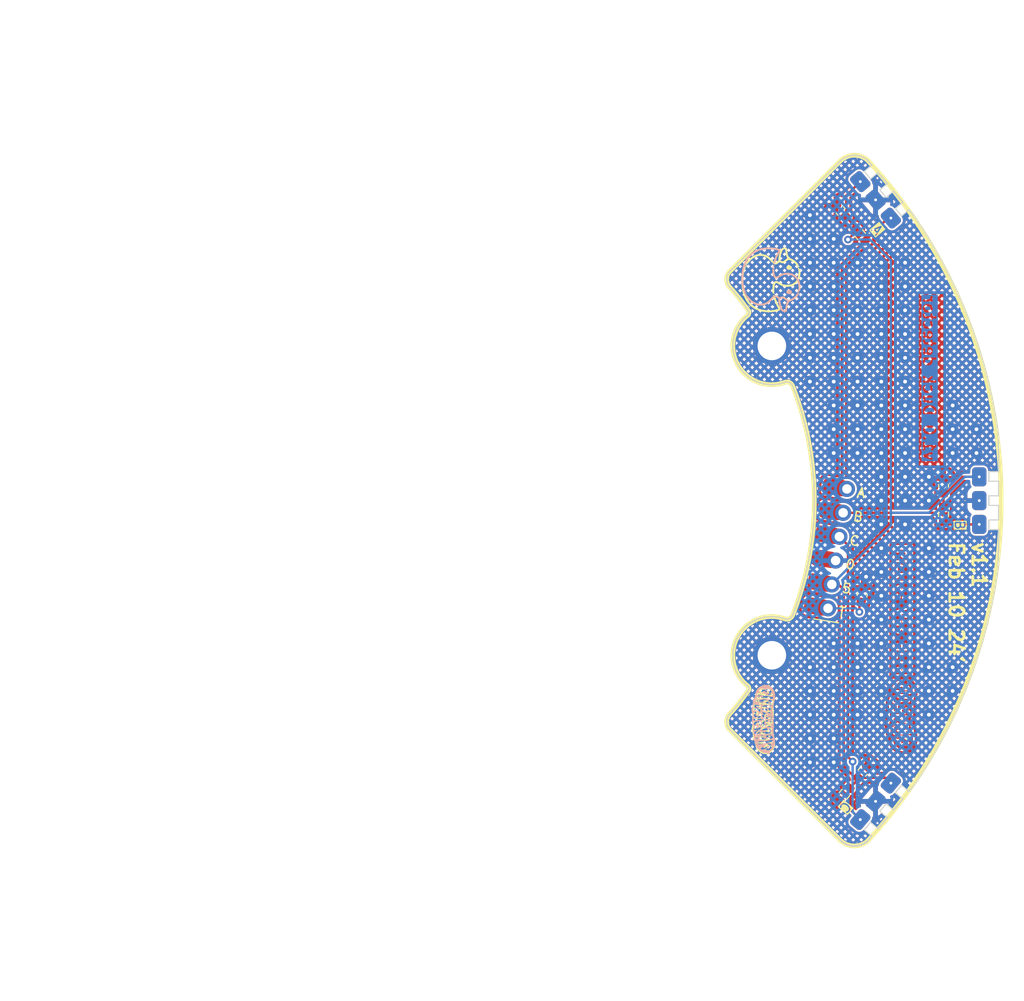
<source format=kicad_pcb>
(kicad_pcb (version 20221018) (generator pcbnew)
  (layers (0 "F.Cu" signal) (31 "B.Cu" signal) (34 "B.Paste" user) (35 "F.Paste" user) (36 "B.SilkS" user "B.Silkscreen") (37 "F.SilkS" user "F.Silkscreen") (38 "B.Mask" user) (39 "F.Mask" user) (44 "Edge.Cuts" user))
  (net 0 "")
  (net 1 "+5V")
  (net 2 "GND")
  (net 3 "A")
  (net 4 "B")
  (net 5 "C")
  (net 6 "T")
  (footprint "Capacitor_SMD:C_0603_1608Metric" (layer "F.Cu") (at 138.0397 128.531987 50)
    (fp_text reference "C3" hide)
    (fp_text value "C_Small" hide)
  )
  (footprint "Capacitor_SMD:C_0603_1608Metric" (layer "F.Cu") (at 146.54 98.445 90)
    (fp_text reference "C2" hide)
    (fp_text value "C_Small" hide)
  )
  (footprint "Resistor_SMD:R_0603_1608Metric" (layer "F.Cu") (at 137.78 72.06 -50)
    (fp_text reference "R1" hide)
    (fp_text value "3k3" hide)
  )
  (footprint "Ethan_parts:TLE4945LHALA1" (layer "F.Cu") (at 150.292 100 90)
    (fp_text reference "U2" hide)
    (fp_text value "TLE4945LHALA1")
    (fp_line (start -3.81 2.032) (end -3.048 2.032) (stroke (width 0.12)) (layer "Edge.Cuts"))
    (fp_line (start -3.048 1.016) (end -2.032 1.016) (stroke (width 0.12)) (layer "Edge.Cuts"))
    (fp_line (start -3.048 2.032) (end -3.048 1.016) (stroke (width 0.12)) (layer "Edge.Cuts"))
    (fp_line (start -2.032 1.016) (end -2.032 2.032) (stroke (width 0.12)) (layer "Edge.Cuts"))
    (fp_line (start -2.032 2.032) (end -0.508 2.032) (stroke (width 0.12)) (layer "Edge.Cuts"))
    (fp_line (start -0.508 1.016) (end 0.508 1.016) (stroke (width 0.12)) (layer "Edge.Cuts"))
    (fp_line (start -0.508 2.032) (end -0.508 1.016) (stroke (width 0.12)) (layer "Edge.Cuts"))
    (fp_line (start 0.508 1.016) (end 0.508 2.032) (stroke (width 0.12)) (layer "Edge.Cuts"))
    (fp_line (start 0.508 2.032) (end 2.032 2.032) (stroke (width 0.12)) (layer "Edge.Cuts"))
    (fp_line (start 2.032 1.016) (end 3.048 1.016) (stroke (width 0.12)) (layer "Edge.Cuts"))
    (fp_line (start 2.032 2.032) (end 2.032 1.016) (stroke (width 0.12)) (layer "Edge.Cuts"))
    (fp_line (start 3.048 1.016) (end 3.048 2.032) (stroke (width 0.12)) (layer "Edge.Cuts"))
    (fp_line (start 3.048 2.032) (end 3.81 2.032) (stroke (width 0.12)) (layer "Edge.Cuts"))
  )
  (footprint "Ethan_parts:TLE4945LHALA1" (layer "F.Cu") (at 139.4 131.6 50)
    (fp_text reference "U3" hide)
    (fp_text value "TLE4945LHALA1")
    (fp_line (start -3.81 2.032) (end -3.048 2.032) (stroke (width 0.12)) (layer "Edge.Cuts"))
    (fp_line (start -3.048 1.016) (end -2.032 1.016) (stroke (width 0.12)) (layer "Edge.Cuts"))
    (fp_line (start -3.048 2.032) (end -3.048 1.016) (stroke (width 0.12)) (layer "Edge.Cuts"))
    (fp_line (start -2.032 1.016) (end -2.032 2.032) (stroke (width 0.12)) (layer "Edge.Cuts"))
    (fp_line (start -2.032 2.032) (end -0.508 2.032) (stroke (width 0.12)) (layer "Edge.Cuts"))
    (fp_line (start -0.508 1.016) (end 0.508 1.016) (stroke (width 0.12)) (layer "Edge.Cuts"))
    (fp_line (start -0.508 2.032) (end -0.508 1.016) (stroke (width 0.12)) (layer "Edge.Cuts"))
    (fp_line (start 0.508 1.016) (end 0.508 2.032) (stroke (width 0.12)) (layer "Edge.Cuts"))
    (fp_line (start 0.508 2.032) (end 2.032 2.032) (stroke (width 0.12)) (layer "Edge.Cuts"))
    (fp_line (start 2.032 1.016) (end 3.048 1.016) (stroke (width 0.12)) (layer "Edge.Cuts"))
    (fp_line (start 2.032 2.032) (end 2.032 1.016) (stroke (width 0.12)) (layer "Edge.Cuts"))
    (fp_line (start 3.048 1.016) (end 3.048 2.032) (stroke (width 0.12)) (layer "Edge.Cuts"))
    (fp_line (start 3.048 2.032) (end 3.81 2.032) (stroke (width 0.12)) (layer "Edge.Cuts"))
  )
  (footprint "Resistor_SMD:R_0603_1608Metric" (layer "F.Cu") (at 146.54 101.445 -90)
    (fp_text reference "R2" hide)
    (fp_text value "3k3" hide)
  )
  (footprint "Ethan_parts:TLE4945LHALA1" (layer "F.Cu") (at 139.4 68.4 130)
    (fp_text reference "U1" hide)
    (fp_text value "TLE4945LHALA1")
    (fp_line (start -3.81 2.032) (end -3.048 2.032) (stroke (width 0.12)) (layer "Edge.Cuts"))
    (fp_line (start -3.048 1.016) (end -2.032 1.016) (stroke (width 0.12)) (layer "Edge.Cuts"))
    (fp_line (start -3.048 2.032) (end -3.048 1.016) (stroke (width 0.12)) (layer "Edge.Cuts"))
    (fp_line (start -2.032 1.016) (end -2.032 2.032) (stroke (width 0.12)) (layer "Edge.Cuts"))
    (fp_line (start -2.032 2.032) (end -0.508 2.032) (stroke (width 0.12)) (layer "Edge.Cuts"))
    (fp_line (start -0.508 1.016) (end 0.508 1.016) (stroke (width 0.12)) (layer "Edge.Cuts"))
    (fp_line (start -0.508 2.032) (end -0.508 1.016) (stroke (width 0.12)) (layer "Edge.Cuts"))
    (fp_line (start 0.508 1.016) (end 0.508 2.032) (stroke (width 0.12)) (layer "Edge.Cuts"))
    (fp_line (start 0.508 2.032) (end 2.032 2.032) (stroke (width 0.12)) (layer "Edge.Cuts"))
    (fp_line (start 2.032 1.016) (end 3.048 1.016) (stroke (width 0.12)) (layer "Edge.Cuts"))
    (fp_line (start 2.032 2.032) (end 2.032 1.016) (stroke (width 0.12)) (layer "Edge.Cuts"))
    (fp_line (start 3.048 1.016) (end 3.048 2.032) (stroke (width 0.12)) (layer "Edge.Cuts"))
    (fp_line (start 3.048 2.032) (end 3.81 2.032) (stroke (width 0.12)) (layer "Edge.Cuts"))
  )
  (footprint "Capacitor_SMD:C_0603_1608Metric" (layer "F.Cu") (at 135.74 69.57 130)
    (fp_text reference "C1" hide)
    (fp_text value "C_Small" hide)
  )
  (footprint "Capacitor_SMD:C_0603_1608Metric" (layer "F.Cu") (at 138 109.9 81)
    (fp_text reference "TH1" hide)
    (fp_text value "Thermistor_NTC")
  )
  (footprint "Ethan_parts:hall_connector" (layer "F.Cu") (at 136.392031 98.773815 -9)
    (fp_text reference "J1" hide)
    (fp_text value "Conn_01x06")
  )
  (footprint "Projects:duck" (layer "F.Cu") (at 128.4 76.8 -90)
    (fp_text reference "G***" hide)
    (fp_text value "LOGO" hide)
  )
  (footprint "clipboard:af4c8d2e-6e3c-4016-b70e-df9501a44249" (layer "F.Cu") (at 143.220721 124.243458 -90)
    (fp_text reference "")
    (fp_text value "")
  )
  (footprint "LOGO" (layer "F.Cu") (at 127.6 123 -90)
    (fp_text reference "G***" hide)
    (fp_text value "LOGO" hide)
  )
  (footprint "Resistor_SMD:R_0603_1608Metric" (layer "F.Cu") (at 136.1397 130.831987 -130)
    (fp_text reference "R3" hide)
    (fp_text value "3k3" hide)
  )
  (footprint "Projects:duck" (layer "B.Cu") (at 128.4 76.8 90)
    (fp_text reference "G***" hide)
    (fp_text value "LOGO" hide)
  )
  (footprint "LOGO" (layer "B.Cu") (at 127.6 123 90)
    (fp_text reference "G***" hide)
    (fp_text value "LOGO" hide)
  )
  (gr_arc (start 124 77.5) (mid 125.043936 78.714851) (end 126 80) (stroke (width 0.5)) (layer "F.SilkS"))
  (gr_arc (start 126 119.5) (mid 124.885721 114.336725) (end 129.8 112.4) (stroke (width 0.5)) (layer "F.SilkS"))
  (gr_arc (start 138.507581 64.175227) (mid 152.595134 100) (end 138.507581 135.824773) (stroke (width 0.5)) (layer "F.SilkS"))
  (gr_arc (start 135.75 64.25) (mid 137.115183 63.710775) (end 138.507582 64.175226) (stroke (width 0.5)) (layer "F.SilkS"))
  (gr_arc (start 126 80) (mid 126.090993 80.25) (end 126 80.5) (stroke (width 0.5)) (layer "F.SilkS"))
  (gr_arc (start 130.7 112) (mid 130.339814 112.40208) (end 129.8 112.4) (stroke (width 0.5)) (layer "F.SilkS"))
  (gr_arc (start 138.507582 135.824774) (mid 137.115183 136.289226) (end 135.75 135.75) (stroke (width 0.5)) (layer "F.SilkS"))
  (gr_arc (start 129.8 87.6) (mid 124.885729 85.663273) (end 126 80.5) (stroke (width 0.5)) (layer "F.SilkS"))
  (gr_arc (start 124 124) (mid 123.75 123.25) (end 124 122.5) (stroke (width 0.5)) (layer "F.SilkS"))
  (gr_arc (start 126 120) (mid 125.040554 121.282443) (end 124 122.5) (stroke (width 0.5)) (layer "F.SilkS"))
  (gr_arc (start 124 77.5) (mid 123.75 76.75) (end 124 76) (stroke (width 0.5)) (layer "F.SilkS"))
  (gr_line (start 124 124) (end 135.75 135.75) (stroke (width 0.5)) (layer "F.SilkS"))
  (gr_arc (start 129.8 87.6) (mid 130.341144 87.594924) (end 130.7 88) (stroke (width 0.5)) (layer "F.SilkS"))
  (gr_arc (start 130.7 88) (mid 132.962241 100) (end 130.7 112) (stroke (width 0.5)) (layer "F.SilkS"))
  (gr_arc (start 126 119.5) (mid 126.090993 119.75) (end 126 120) (stroke (width 0.5)) (layer "F.SilkS"))
  (gr_line (start 124 76) (end 135.75 64.25) (stroke (width 0.5)) (layer "F.SilkS"))
  (gr_line (start 124 124) (end 135.75 135.75) (stroke (width 0.1)) (layer "Edge.Cuts"))
  (gr_line (start 152.285369 107.038415) (end 152.324 103.81) (stroke (width 0.1)) (layer "Edge.Cuts"))
  (gr_arc (start 130.7 88) (mid 132.962241 100) (end 130.7 112) (stroke (width 0.1)) (layer "Edge.Cuts"))
  (gr_arc (start 135.75 64.25) (mid 137.115183 63.710775) (end 138.507582 64.175226) (stroke (width 0.1)) (layer "Edge.Cuts"))
  (gr_arc (start 126 119.5) (mid 126.090993 119.75) (end 126 120) (stroke (width 0.1)) (layer "Edge.Cuts"))
  (gr_arc (start 124 77.5) (mid 125.043936 78.714851) (end 126 80) (stroke (width 0.1)) (layer "Edge.Cuts"))
  (gr_arc (start 129.8 87.6) (mid 124.885729 85.663271) (end 126 80.5) (stroke (width 0.1)) (layer "Edge.Cuts"))
  (gr_arc (start 126 120) (mid 125.040554 121.282443) (end 124 122.5) (stroke (width 0.1)) (layer "Edge.Cuts"))
  (gr_arc (start 126 80) (mid 126.090993 80.25) (end 126 80.5) (stroke (width 0.1)) (layer "Edge.Cuts"))
  (gr_arc (start 129.8 87.6) (mid 130.341145 87.594924) (end 130.7 88) (stroke (width 0.1)) (layer "Edge.Cuts"))
  (gr_arc (start 130.7 112) (mid 130.339813 112.40208) (end 129.8 112.4) (stroke (width 0.1)) (layer "Edge.Cuts"))
  (gr_arc (start 124 77.5) (mid 123.75 76.75) (end 124 76) (stroke (width 0.1)) (layer "Edge.Cuts"))
  (gr_arc (start 126 119.5) (mid 124.885721 114.336724) (end 129.8 112.4) (stroke (width 0.1)) (layer "Edge.Cuts"))
  (gr_arc (start 138.507582 135.824774) (mid 137.115183 136.289226) (end 135.75 135.75) (stroke (width 0.15)) (layer "Edge.Cuts"))
  (gr_arc (start 124 124) (mid 123.75 123.25) (end 124 122.5) (stroke (width 0.1)) (layer "Edge.Cuts"))
  (gr_arc (start 152.285369 107.038415) (mid 149.202203 119.037919) (end 143.405623 129.987515) (stroke (width 0.1)) (layer "Edge.Cuts"))
  (gr_line (start 152.324 96.19) (end 152.285369 92.961585) (stroke (width 0.1)) (layer "Edge.Cuts"))
  (gr_line (start 124 76) (end 135.75 64.25) (stroke (width 0.1)) (layer "Edge.Cuts"))
  (gr_arc (start 143.405623 70.012485) (mid 149.202203 80.962081) (end 152.285369 92.961585) (stroke (width 0.1)) (layer "Edge.Cuts"))
  (gr_text "Pickles Was Here" (at 141.5 105 270) (layer "F.Cu" knockout) (effects (font (size 1 1) (thickness 0.2) bold) (justify left bottom)))
  (gr_text "v1.0 Duck detector" (at 144.32 95.93 270) (layer "B.Cu" knockout) (effects (font (size 1.2 1.2) (thickness 0.25) bold) (justify left bottom mirror)))
  (gr_text "A" (at 139.55 71.56 -50) (layer "F.SilkS" knockout) (effects (font (size 1 1))))
  (gr_text "B" (at 148.24 102.56 -90) (layer "F.SilkS" knockout) (effects (font (size 1 1))))
  (gr_text "C" (at 136.21 132.21 230) (layer "F.SilkS" knockout) (effects (font (size 1 1))))
  (gr_text "v1.1\nFeb 10 24'" (at 147 104.2 270) (layer "F.SilkS") (effects (font (size 1.5 1.5) (thickness 0.3) bold) (justify left bottom)))
  (segment (start 137.263385 129.125671) (end 137.54154 129.125671) (width 0.25) (layer "F.Cu") (net 1))
  (segment (start 146.54 99.22) (end 146.82 99.22) (width 0.25) (layer "F.Cu") (net 1))
  (segment (start 134.802657 108.808729) (end 135.508729 108.808729) (width 0.25) (layer "F.Cu") (net 1))
  (segment (start 146.54 100.62) (end 146.54 99.22) (width 0.25) (layer "F.Cu") (net 1))
  (segment (start 137.54154 129.125671) (end 140.447751 129.125671) (width 0.25) (layer "F.Cu") (net 1))
  (segment (start 136.23816 70.163684) (end 137.2497 71.175224) (width 0.25) (layer "F.Cu") (net 1))
  (segment (start 136.23816 70.163684) (end 136.32 70.081844) (width 0.25) (layer "F.Cu") (net 1))
  (segment (start 150.042 97.75) (end 150.292 97.5) (width 0.25) (layer "F.Cu") (net 1))
  (segment (start 137.2497 71.8203) (end 136.5 72.57) (width 0.25) (layer "F.Cu") (net 1))
  (segment (start 136.05 109.35) (end 136.05 127.912287) (width 0.25) (layer "F.Cu") (net 1))
  (segment (start 137.2497 71.175224) (end 137.2497 71.428013) (width 0.25) (layer "F.Cu") (net 1))
  (segment (start 148.54 97.5) (end 150.292 97.5) (width 0.25) (layer "F.Cu") (net 1))
  (segment (start 136.32 70.081844) (end 136.32 67.95792) (width 0.25) (layer "F.Cu") (net 1))
  (segment (start 146.82 99.22) (end 148.54 97.5) (width 0.25) (layer "F.Cu") (net 1))
  (segment (start 135.508729 108.808729) (end 136.05 109.35) (width 0.25) (layer "F.Cu") (net 1))
  (segment (start 136.32 67.95792) (end 137.793031 66.484889) (width 0.25) (layer "F.Cu") (net 1))
  (segment (start 140.447751 129.125671) (end 141.006969 129.684889) (width 0.25) (layer "F.Cu") (net 1))
  (segment (start 137.2497 71.428013) (end 137.2497 71.8203) (width 0.25) (layer "F.Cu") (net 1))
  (segment (start 137.793031 66.484889) (end 137.652824 66.484889) (width 0.25) (layer "F.Cu") (net 1))
  (segment (start 136.67 130.2) (end 137.54154 129.32846) (width 0.25) (layer "F.Cu") (net 1))
  (segment (start 136.05 127.912287) (end 137.263385 129.125671) (width 0.25) (layer "F.Cu") (net 1))
  (segment (start 137.54154 129.32846) (end 137.54154 129.125671) (width 0.25) (layer "F.Cu") (net 1))
  (via (at 136.5 72.57) (size 0.8) (drill 0.4) (layers "F.Cu" "B.Cu") (net 1))
  (segment (start 141.006969 101.87) (end 141.006969 102.25) (width 0.25) (layer "B.Cu") (net 1))
  (segment (start 148.79 97.5) (end 150.292 97.5) (width 0.25) (layer "B.Cu") (net 1))
  (segment (start 140.055693 103.555693) (end 139.225693 104.385693) (width 0.25) (layer "B.Cu") (net 1))
  (segment (start 139.225693 104.385693) (end 141.006969 102.604417) (width 0.25) (layer "B.Cu") (net 1))
  (segment (start 136.5 72.57) (end 138.806969 72.57) (width 0.25) (layer "B.Cu") (net 1))
  (segment (start 139.225693 104.385693) (end 134.802657 108.808729) (width 0.25) (layer "B.Cu") (net 1))
  (segment (start 138.806969 72.57) (end 141.006969 74.77) (width 0.25) (layer "B.Cu") (net 1))
  (segment (start 145.01 101.28) (end 148.79 97.5) (width 0.25) (layer "B.Cu") (net 1))
  (segment (start 141.006969 74.77) (end 141.006969 101.28) (width 0.25) (layer "B.Cu") (net 1))
  (segment (start 141.006969 101.28) (end 145.01 101.28) (width 0.25) (layer "B.Cu") (net 1))
  (segment (start 141.006969 102.604417) (end 141.006969 101.87) (width 0.25) (layer "B.Cu") (net 1))
  (segment (start 141.006969 101.28) (end 141.006969 101.87) (width 0.25) (layer "B.Cu") (net 1))
  (segment (start 150.292 100) (end 150 100) (width 0.25) (layer "F.Cu") (net 2))
  (segment (start 138.121237 109.134542) (end 138.121237 108.278763) (width 0.25) (layer "F.Cu") (net 2))
  (segment (start 139.4 68.9) (end 139.4 68.4) (width 0.25) (layer "F.Cu") (net 2))
  (segment (start 138.121237 108.278763) (end 138.4 108) (width 0.25) (layer "F.Cu") (net 2))
  (via (at 135 122.5) (size 0.8) (drill 0.4) (layers "F.Cu" "B.Cu") (net 2))
  (via (at 137.5 117.5) (size 0.8) (drill 0.4) (layers "F.Cu" "B.Cu") (net 2))
  (via (at 140 105) (size 0.8) (drill 0.4) (layers "F.Cu" "B.Cu") (net 2))
  (via (at 132.5 82.5) (size 0.8) (drill 0.4) (layers "F.Cu" "B.Cu") (net 2))
  (via (at 142.5 85) (size 0.8) (drill 0.4) (layers "F.Cu" "B.Cu") (net 2))
  (via (at 137.5 120) (size 0.8) (drill 0.4) (layers "F.Cu" "B.Cu") (net 2))
  (via (at 135 127.5) (size 0.8) (drill 0.4) (layers "F.Cu" "B.Cu") (net 2))
  (via (at 145 100) (size 0.8) (drill 0.4) (layers "F.Cu" "B.Cu") (net 2))
  (via (at 132.5 125) (size 0.8) (drill 0.4) (layers "F.Cu" "B.Cu") (net 2))
  (via (at 128.5 83.75) (size 4) (drill 3) (layers "F.Cu" "B.Cu") (net 2))
  (via (at 135 72.5) (size 0.8) (drill 0.4) (layers "F.Cu" "B.Cu") (net 2))
  (via (at 140 107.5) (size 0.8) (drill 0.4) (layers "F.Cu" "B.Cu") (net 2))
  (via (at 137.5 75) (size 0.8) (drill 0.4) (layers "F.Cu" "B.Cu") (net 2))
  (via (at 135 75) (size 0.8) (drill 0.4) (layers "F.Cu" "B.Cu") (net 2))
  (via (at 135 95) (size 0.8) (drill 0.4) (layers "F.Cu" "B.Cu") (net 2))
  (via (at 137.5 85) (size 0.8) (drill 0.4) (layers "F.Cu" "B.Cu") (net 2))
  (via (at 142.5 97.5) (size 0.8) (drill 0.4) (layers "F.Cu" "B.Cu") (net 2))
  (via (at 140 122.5) (size 0.8) (drill 0.4) (layers "F.Cu" "B.Cu") (net 2))
  (via (at 142.5 90) (size 0.8) (drill 0.4) (layers "F.Cu" "B.Cu") (net 2))
  (via (at 132.5 117.5) (size 0.8) (drill 0.4) (layers "F.Cu" "B.Cu") (net 2))
  (via (at 140 87.5) (size 0.8) (drill 0.4) (layers "F.Cu" "B.Cu") (net 2))
  (via (at 140 90) (size 0.8) (drill 0.4) (layers "F.Cu" "B.Cu") (net 2))
  (via (at 132.5 72.5) (size 0.8) (drill 0.4) (layers "F.Cu" "B.Cu") (net 2))
  (via (at 128.5 116.25) (size 4) (drill 3) (layers "F.Cu" "B.Cu") (net 2))
  (via (at 147.5 95) (size 0.8) (drill 0.4) (layers "F.Cu" "B.Cu") (net 2))
  (via (at 140 95) (size 0.8) (drill 0.4) (layers "F.Cu" "B.Cu") (net 2))
  (via (at 140 117.5) (size 0.8) (drill 0.4) (layers "F.Cu" "B.Cu") (net 2))
  (via (at 140 102.5) (size 0.8) (drill 0.4) (layers "F.Cu" "B.Cu") (net 2))
  (via (at 135 77.5) (size 0.8) (drill 0.4) (layers "F.Cu" "B.Cu") (net 2))
  (via (at 137.5 115) (size 0.8) (drill 0.4) (layers "F.Cu" "B.Cu") (net 2))
  (via (at 132.5 87.5) (size 0.8) (drill 0.4) (layers "F.Cu" "B.Cu") (net 2))
  (via (at 132.5 77.5) (size 0.8) (drill 0.4) (layers "F.Cu" "B.Cu") (net 2))
  (via (at 142.5 100) (size 0.8) (drill 0.4) (layers "F.Cu" "B.Cu") (net 2))
  (via (at 145 120) (size 0.8) (drill 0.4) (layers "F.Cu" "B.Cu") (net 2))
  (via (at 142.5 92.5) (size 0.8) (drill 0.4) (layers "F.Cu" "B.Cu") (net 2))
  (via (at 142.5 102.5) (size 0.8) (drill 0.4) (layers "F.Cu" "B.Cu") (net 2))
  (via (at 140 75) (size 0.8) (drill 0.4) (layers "F.Cu" "B.Cu") (net 2))
  (via (at 140 85) (size 0.8) (drill 0.4) (layers "F.Cu" "B.Cu") (net 2))
  (via (at 140 115) (size 0.8) (drill 0.4) (layers "F.Cu" "B.Cu") (net 2))
  (via (at 145 117.5) (size 0.8) (drill 0.4) (layers "F.Cu" "B.Cu") (net 2))
  (via (at 140 77.5) (size 0.8) (drill 0.4) (layers "F.Cu" "B.Cu") (net 2))
  (via (at 137.5 77.5) (size 0.8) (drill 0.4) (layers "F.Cu" "B.Cu") (net 2))
  (via (at 145 115) (size 0.8) (drill 0.4) (layers "F.Cu" "B.Cu") (net 2))
  (via (at 147.5 117.5) (size 0.8) (drill 0.4) (layers "F.Cu" "B.Cu") (net 2))
  (via (at 137.5 92.5) (size 0.8) (drill 0.4) (layers "F.Cu" "B.Cu") (net 2))
  (via (at 132.5 127.5) (size 0.8) (drill 0.4) (layers "F.Cu" "B.Cu") (net 2))
  (via (at 132.5 85) (size 0.8) (drill 0.4) (layers "F.Cu" "B.Cu") (net 2))
  (via (at 140 92.5) (size 0.8) (drill 0.4) (layers "F.Cu" "B.Cu") (net 2))
  (via (at 135 115) (size 0.8) (drill 0.4) (layers "F.Cu" "B.Cu") (net 2))
  (via (at 135 82.5) (size 0.8) (drill 0.4) (layers "F.Cu" "B.Cu") (net 2))
  (via (at 135 125) (size 0.8) (drill 0.4) (layers "F.Cu" "B.Cu") (net 2))
  (via (at 132.5 122.5) (size 0.8) (drill 0.4) (layers "F.Cu" "B.Cu") (net 2))
  (via (at 135 120) (size 0.8) (drill 0.4) (layers "F.Cu" "B.Cu") (net 2))
  (via (at 147.5 92.5) (size 0.8) (drill 0.4) (layers "F.Cu" "B.Cu") (net 2))
  (via (at 135 85) (size 0.8) (drill 0.4) (layers "F.Cu" "B.Cu") (net 2))
  (via (at 145 110) (size 0.8) (drill 0.4) (layers "F.Cu" "B.Cu") (net 2))
  (via (at 140 120) (size 0.8) (drill 0.4) (layers "F.Cu" "B.Cu") (net 2))
  (via (at 145 105) (size 0.8) (drill 0.4) (layers "F.Cu" "B.Cu") (net 2))
  (via (at 140 82.5) (size 0.8) (drill 0.4) (layers "F.Cu" "B.Cu") (net 2))
  (via (at 142.5 80) (size 0.8) (drill 0.4) (layers "F.Cu" "B.Cu") (net 2))
  (via (at 132.5 120) (size 0.8) (drill 0.4) (layers "F.Cu" "B.Cu") (net 2))
  (via (at 132.5 70) (size 0.8) (drill 0.4) (layers "F.Cu" "B.Cu") (net 2))
  (via (at 137.5 95) (size 0.8) (drill 0.4) (layers "F.Cu" "B.Cu") (net 2))
  (via (at 142.5 82.5) (size 0.8) (drill 0.4) (layers "F.Cu" "B.Cu") (net 2))
  (via (at 140 110) (size 0.8) (drill 0.4) (layers "F.Cu" "B.Cu") (net 2))
  (via (at 142.5 87.5) (size 0.8) (drill 0.4) (layers "F.Cu" "B.Cu") (net 2))
  (via (at 135 87.5) (size 0.8) (drill 0.4) (layers "F.Cu" "B.Cu") (net 2))
  (via (at 132.5 75) (size 0.8) (drill 0.4) (layers "F.Cu" "B.Cu") (net 2))
  (via (at 138.4 108) (size 0.8) (drill 0.4) (layers "F.Cu" "B.Cu") (net 2))
  (via (at 137.5 82.5) (size 0.8) (drill 0.4) (layers "F.Cu" "B.Cu") (net 2))
  (via (at 132.5 80) (size 0.8) (drill 0.4) (layers "F.Cu" "B.Cu") (net 2))
  (via (at 135 80) (size 0.8) (drill 0.4) (layers "F.Cu" "B.Cu") (net 2))
  (via (at 135 90) (size 0.8) (drill 0.4) (layers "F.Cu" "B.Cu") (net 2))
  (via (at 150 92.5) (size 0.8) (drill 0.4) (layers "F.Cu" "B.Cu") (net 2))
  (via (at 137.5 87.5) (size 0.8) (drill 0.4) (layers "F.Cu" "B.Cu") (net 2))
  (via (at 145 122.5) (size 0.8) (drill 0.4) (layers "F.Cu" "B.Cu") (net 2))
  (via (at 140 112.5) (size 0.8) (drill 0.4) (layers "F.Cu" "B.Cu") (net 2))
  (via (at 142.5 75) (size 0.8) (drill 0.4) (layers "F.Cu" "B.Cu") (net 2))
  (via (at 150 95) (size 0.8) (drill 0.4) (layers "F.Cu" "B.Cu") (net 2))
  (via (at 135 117.5) (size 0.8) (drill 0.4) (layers "F.Cu" "B.Cu") (net 2))
  (via (at 147.5 120) (size 0.8) (drill 0.4) (layers "F.Cu" "B.Cu") (net 2))
  (via (at 142.5 77.5) (size 0.8) (drill 0.4) (layers "F.Cu" "B.Cu") (net 2))
  (via (at 145 112.5) (size 0.8) (drill 0.4) (layers "F.Cu" "B.Cu") (net 2))
  (via (at 142.5 95) (size 0.8) (drill 0.4) (layers "F.Cu" "B.Cu") (net 2))
  (via (at 140 97.5) (size 0.8) (drill 0.4) (layers "F.Cu" "B.Cu") (net 2))
  (via (at 137.5 122.5) (size 0.8) (drill 0.4) (layers "F.Cu" "B.Cu") (net 2))
  (via (at 145 107.5) (size 0.8) (drill 0.4) (layers "F.Cu" "B.Cu") (net 2))
  (via (at 140 100) (size 0.8) (drill 0.4) (layers "F.Cu" "B.Cu") (net 2))
  (via (at 137.5 80) (size 0.8) (drill 0.4) (layers "F.Cu" "B.Cu") (net 2))
  (via (at 135 92.5) (size 0.8) (drill 0.4) (layers "F.Cu" "B.Cu") (net 2))
  (via (at 147.5 90) (size 0.8) (drill 0.4) (layers "F.Cu" "B.Cu") (net 2))
  (via (at 140 80) (size 0.8) (drill 0.4) (layers "F.Cu" "B.Cu") (net 2))
  (via (at 137.5 90) (size 0.8) (drill 0.4) (layers "F.Cu" "B.Cu") (net 2))
  (via (at 145 97.5) (size 0.8) (drill 0.4) (layers "F.Cu" "B.Cu") (net 2))
  (segment (start 135.8697 97.84311) (end 135.137667 98.575143) (width 0.25) (layer "F.Cu") (net 3))
  (segment (start 135.8697 75.132586) (end 135.8697 76.63) (width 0.25) (layer "F.Cu") (net 3))
  (segment (start 135.336339 98.773815) (end 135.137667 98.575143) (width 0.25) (layer "F.Cu") (net 3))
  (segment (start 140.384889 70.315111) (end 141.006969 70.315111) (width 0.25) (layer "F.Cu") (net 3))
  (segment (start 137.012287 73.99) (end 137.286143 73.716143) (width 0.25) (layer "F.Cu") (net 3))
  (segment (start 137.286143 73.716143) (end 138.3103 72.691987) (width 0.25) (layer "F.Cu") (net 3))
  (segment (start 140.687176 70.315111) (end 141.006969 70.315111) (width 0.25) (layer "F.Cu") (net 3))
  (segment (start 137.286143 73.716143) (end 135.8697 75.132586) (width 0.25) (layer "F.Cu") (net 3))
  (segment (start 135.8697 76.63) (end 135.8697 97.84311) (width 0.25) (layer "F.Cu") (net 3))
  (segment (start 138.3103 72.691987) (end 140.687176 70.315111) (width 0.25) (layer "F.Cu") (net 3))
  (segment (start 136.392031 98.773815) (end 135.336339 98.773815) (width 0.25) (layer "F.Cu") (net 3))
  (segment (start 146.77 102.5) (end 146.54 102.27) (width 0.25) (layer "F.Cu") (net 4))
  (segment (start 135.994687 101.282543) (end 145.552543 101.282543) (width 0.25) (layer "F.Cu") (net 4))
  (segment (start 150.142 102.35) (end 150.292 102.5) (width 0.25) (layer "F.Cu") (net 4))
  (segment (start 145.552543 101.282543) (end 146.54 102.27) (width 0.25) (layer "F.Cu") (net 4))
  (segment (start 150.292 102.5) (end 146.77 102.5) (width 0.25) (layer "F.Cu") (net 4))
  (segment (start 136.5 125.85) (end 136.5 104.693928) (width 0.25) (layer "F.Cu") (net 5))
  (segment (start 137.793031 133.515111) (end 137.523267 133.515111) (width 0.25) (layer "F.Cu") (net 5))
  (segment (start 135.6094 131.463974) (end 135.741894 131.463974) (width 0.25) (layer "F.Cu") (net 5))
  (segment (start 136.5 126.93) (end 136.99 127.42) (width 0.25) (layer "F.Cu") (net 5))
  (segment (start 136.5 125.85) (end 136.5 126.93) (width 0.25) (layer "F.Cu") (net 5))
  (segment (start 135.741894 131.463974) (end 137.793031 133.515111) (width 0.25) (layer "F.Cu") (net 5))
  (segment (start 136.5 104.693928) (end 135.597344 103.791272) (width 0.25) (layer "F.Cu") (net 5))
  (via (at 136.99 127.42) (size 0.8) (drill 0.4) (layers "F.Cu" "B.Cu") (net 5))
  (segment (start 136.99 127.42) (end 136.99 132.71208) (width 0.25) (layer "B.Cu") (net 5))
  (segment (start 136.99 132.71208) (end 137.793031 133.515111) (width 0.25) (layer "B.Cu") (net 5))
  (segment (start 137.7 110.844221) (end 137.878763 110.665458) (width 0.25) (layer "F.Cu") (net 6))
  (segment (start 137.7 111.7) (end 137.7 110.844221) (width 0.25) (layer "F.Cu") (net 6))
  (via (at 137.7 111.7) (size 0.8) (drill 0.4) (layers "F.Cu" "B.Cu") (net 6))
  (segment (start 137.317457 111.317457) (end 137.7 111.7) (width 0.25) (layer "B.Cu") (net 6))
  (segment (start 134.405313 111.317457) (end 137.317457 111.317457) (width 0.25) (layer "B.Cu") (net 6))
  (zone (net 2) (net_name "GND") (layers "F&B.Cu") (connect_pads (clearance 0.2)) (min_thickness 0.25) (fill yes (mode hatch) (thermal_gap 0.5) (thermal_bridge_width 0.5) (hatch_thickness 0.3) (hatch_gap 0.3) (hatch_orientation 45) (hatch_border_algorithm hatch_thickness) (hatch_min_hole_area 0.3))
    (polygon (pts (xy 120 60) (xy 120 140) (xy 155 140) (xy 155 60)))
  )
)
</source>
